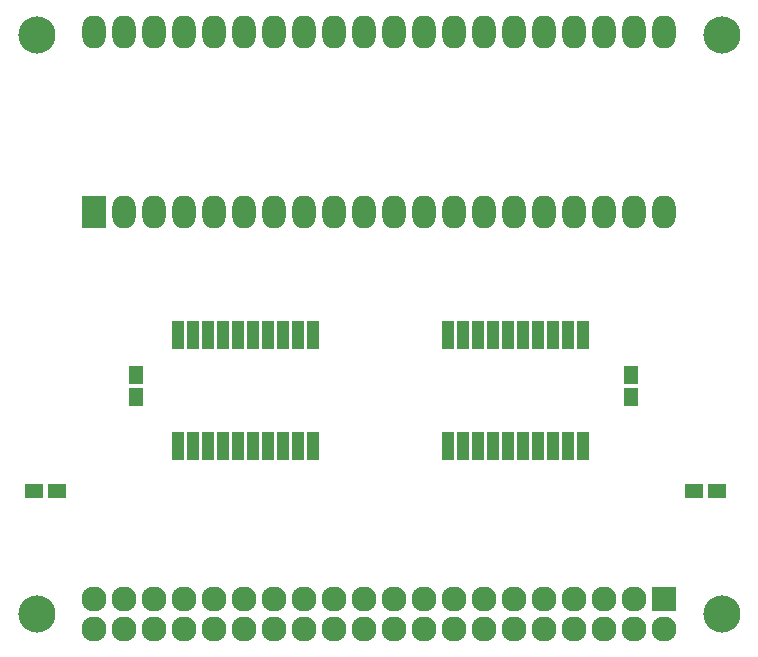
<source format=gbr>
G04 #@! TF.FileFunction,Soldermask,Top*
%FSLAX46Y46*%
G04 Gerber Fmt 4.6, Leading zero omitted, Abs format (unit mm)*
G04 Created by KiCad (PCBNEW 4.0.7) date 03/27/18 19:59:39*
%MOMM*%
%LPD*%
G01*
G04 APERTURE LIST*
%ADD10C,0.100000*%
%ADD11R,1.000000X2.350000*%
%ADD12R,2.127200X2.127200*%
%ADD13O,2.127200X2.127200*%
%ADD14C,3.150000*%
%ADD15R,2.000000X2.800000*%
%ADD16O,2.000000X2.800000*%
%ADD17R,1.150000X1.600000*%
%ADD18R,1.600000X1.150000*%
G04 APERTURE END LIST*
D10*
D11*
X149669000Y-100331000D03*
X150939000Y-100331000D03*
X152209000Y-100331000D03*
X153479000Y-100331000D03*
X154749000Y-100331000D03*
X156019000Y-100331000D03*
X157289000Y-100331000D03*
X158559000Y-100331000D03*
X159829000Y-100331000D03*
X161099000Y-100331000D03*
X161099000Y-90931000D03*
X159829000Y-90931000D03*
X158559000Y-90931000D03*
X157289000Y-90931000D03*
X156019000Y-90931000D03*
X154749000Y-90931000D03*
X153479000Y-90931000D03*
X152209000Y-90931000D03*
X150939000Y-90931000D03*
X149669000Y-90931000D03*
X172529000Y-100331000D03*
X173799000Y-100331000D03*
X175069000Y-100331000D03*
X176339000Y-100331000D03*
X177609000Y-100331000D03*
X178879000Y-100331000D03*
X180149000Y-100331000D03*
X181419000Y-100331000D03*
X182689000Y-100331000D03*
X183959000Y-100331000D03*
X183959000Y-90931000D03*
X182689000Y-90931000D03*
X181419000Y-90931000D03*
X180149000Y-90931000D03*
X178879000Y-90931000D03*
X177609000Y-90931000D03*
X176339000Y-90931000D03*
X175069000Y-90931000D03*
X173799000Y-90931000D03*
X172529000Y-90931000D03*
D12*
X190818000Y-113284000D03*
D13*
X190818000Y-115824000D03*
X188278000Y-113284000D03*
X188278000Y-115824000D03*
X185738000Y-113284000D03*
X185738000Y-115824000D03*
X183198000Y-113284000D03*
X183198000Y-115824000D03*
X180658000Y-113284000D03*
X180658000Y-115824000D03*
X178118000Y-113284000D03*
X178118000Y-115824000D03*
X175578000Y-113284000D03*
X175578000Y-115824000D03*
X173038000Y-113284000D03*
X173038000Y-115824000D03*
X170498000Y-113284000D03*
X170498000Y-115824000D03*
X167958000Y-113284000D03*
X167958000Y-115824000D03*
X165418000Y-113284000D03*
X165418000Y-115824000D03*
X162878000Y-113284000D03*
X162878000Y-115824000D03*
X160338000Y-113284000D03*
X160338000Y-115824000D03*
X157798000Y-113284000D03*
X157798000Y-115824000D03*
X155258000Y-113284000D03*
X155258000Y-115824000D03*
X152718000Y-113284000D03*
X152718000Y-115824000D03*
X150178000Y-113284000D03*
X150178000Y-115824000D03*
X147638000Y-113284000D03*
X147638000Y-115824000D03*
X145098000Y-113284000D03*
X145098000Y-115824000D03*
X142558000Y-113284000D03*
X142558000Y-115824000D03*
D14*
X195668000Y-65554000D03*
X137668000Y-114554000D03*
X195668000Y-114554000D03*
X137668000Y-65554000D03*
D15*
X142558000Y-80518000D03*
D16*
X190818000Y-65278000D03*
X145098000Y-80518000D03*
X188278000Y-65278000D03*
X147638000Y-80518000D03*
X185738000Y-65278000D03*
X150178000Y-80518000D03*
X183198000Y-65278000D03*
X152718000Y-80518000D03*
X180658000Y-65278000D03*
X155258000Y-80518000D03*
X178118000Y-65278000D03*
X157798000Y-80518000D03*
X175578000Y-65278000D03*
X160338000Y-80518000D03*
X173038000Y-65278000D03*
X162878000Y-80518000D03*
X170498000Y-65278000D03*
X165418000Y-80518000D03*
X167958000Y-65278000D03*
X167958000Y-80518000D03*
X165418000Y-65278000D03*
X170498000Y-80518000D03*
X162878000Y-65278000D03*
X173038000Y-80518000D03*
X160338000Y-65278000D03*
X175578000Y-80518000D03*
X157798000Y-65278000D03*
X178118000Y-80518000D03*
X155258000Y-65278000D03*
X180658000Y-80518000D03*
X152718000Y-65278000D03*
X183198000Y-80518000D03*
X150178000Y-65278000D03*
X185738000Y-80518000D03*
X147638000Y-65278000D03*
X188278000Y-80518000D03*
X145098000Y-65278000D03*
X190818000Y-80518000D03*
X142558000Y-65278000D03*
D17*
X146050000Y-96200000D03*
X146050000Y-94300000D03*
X187960000Y-96200000D03*
X187960000Y-94300000D03*
D18*
X137480000Y-104140000D03*
X139380000Y-104140000D03*
X193360000Y-104140000D03*
X195260000Y-104140000D03*
M02*

</source>
